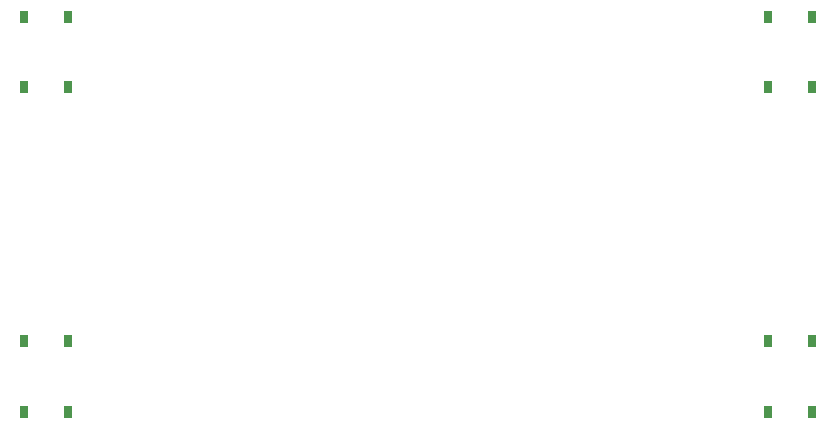
<source format=gtp>
G04*
G04 #@! TF.GenerationSoftware,Altium Limited,Altium Designer,21.0.8 (223)*
G04*
G04 Layer_Color=8421504*
%FSLAX24Y24*%
%MOIN*%
G70*
G04*
G04 #@! TF.SameCoordinates,F666B87A-DE90-4157-A89C-B26E4A6581EA*
G04*
G04*
G04 #@! TF.FilePolarity,Positive*
G04*
G01*
G75*
%ADD12R,0.0276X0.0433*%
D12*
X32815Y6594D02*
D03*
Y4232D02*
D03*
X31358D02*
D03*
Y6594D02*
D03*
X6555Y4232D02*
D03*
Y6594D02*
D03*
X8012D02*
D03*
Y4232D02*
D03*
X32815Y17421D02*
D03*
Y15059D02*
D03*
X31358D02*
D03*
Y17421D02*
D03*
X6555Y15059D02*
D03*
Y17421D02*
D03*
X8012D02*
D03*
Y15059D02*
D03*
M02*

</source>
